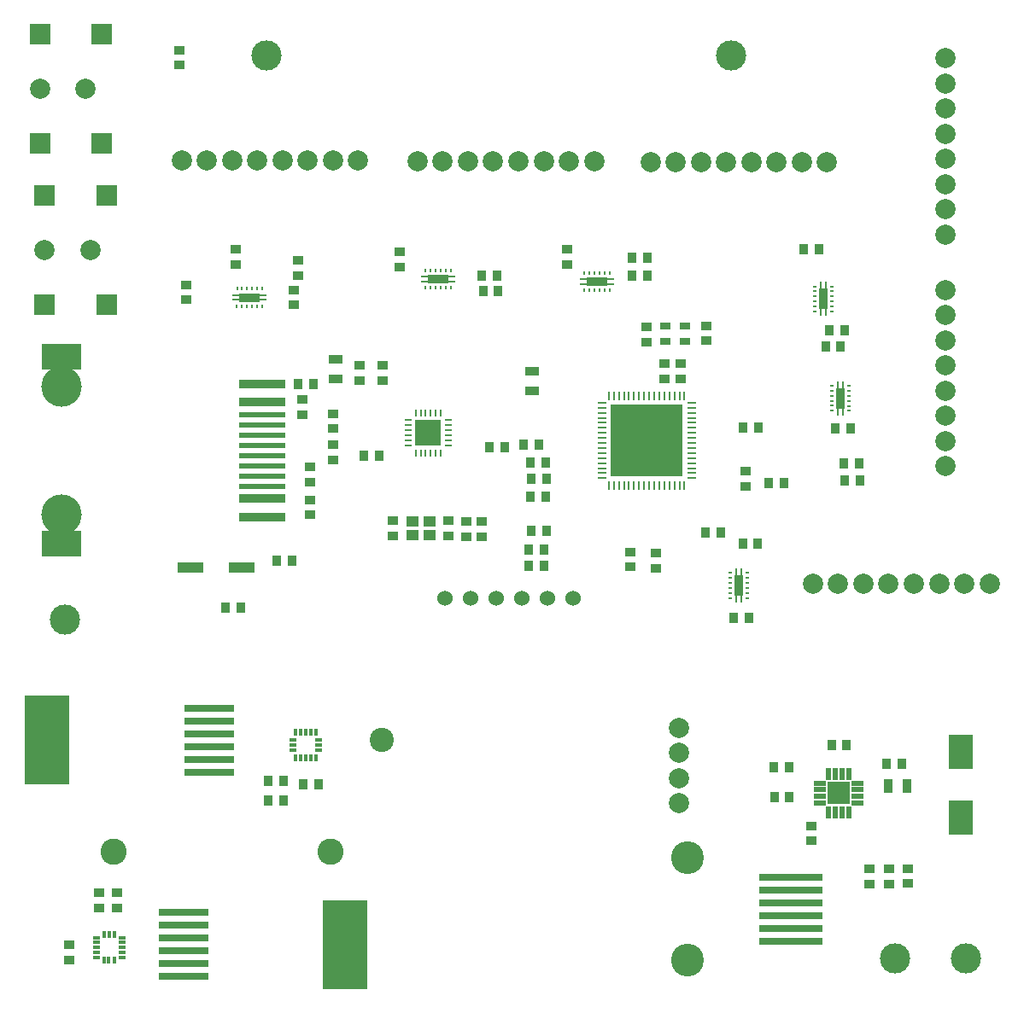
<source format=gts>
G04 (created by PCBNEW (2013-08-24 BZR 4298)-stable) date Sat 23 Aug 2014 12:00:54 PM PDT*
%MOIN*%
G04 Gerber Fmt 3.4, Leading zero omitted, Abs format*
%FSLAX34Y34*%
G01*
G70*
G90*
G04 APERTURE LIST*
%ADD10C,0.005906*%
%ADD11R,0.181102X0.031890*%
%ADD12R,0.181102X0.024016*%
%ADD13C,0.157480*%
%ADD14R,0.153543X0.098425*%
%ADD15C,0.078700*%
%ADD16R,0.078700X0.078700*%
%ADD17R,0.009843X0.033465*%
%ADD18R,0.033465X0.009843*%
%ADD19R,0.281496X0.281496*%
%ADD20R,0.035400X0.039400*%
%ADD21R,0.039400X0.035400*%
%ADD22R,0.098400X0.098400*%
%ADD23O,0.009800X0.031500*%
%ADD24O,0.031500X0.009800*%
%ADD25R,0.039370X0.031496*%
%ADD26R,0.055000X0.035000*%
%ADD27C,0.118110*%
%ADD28C,0.078740*%
%ADD29R,0.100000X0.039000*%
%ADD30C,0.060000*%
%ADD31R,0.009843X0.011811*%
%ADD32R,0.009800X0.011811*%
%ADD33R,0.009800X0.011826*%
%ADD34C,0.011811*%
%ADD35R,0.078740X0.035433*%
%ADD36R,0.027600X0.009800*%
%ADD37R,0.011811X0.009843*%
%ADD38R,0.011811X0.009800*%
%ADD39R,0.011826X0.009800*%
%ADD40R,0.035433X0.078740*%
%ADD41R,0.009800X0.027600*%
%ADD42R,0.047244X0.043307*%
%ADD43R,0.196850X0.029921*%
%ADD44R,0.177165X0.346457*%
%ADD45C,0.094488*%
%ADD46R,0.011811X0.031496*%
%ADD47R,0.031496X0.011811*%
%ADD48R,0.094500X0.137800*%
%ADD49R,0.035000X0.055000*%
%ADD50R,0.250000X0.029921*%
%ADD51C,0.127953*%
%ADD52R,0.090551X0.090551*%
%ADD53R,0.021654X0.047244*%
%ADD54R,0.047244X0.021654*%
%ADD55C,0.102362*%
G04 APERTURE END LIST*
G54D10*
G54D11*
X43523Y-33291D03*
X43523Y-34015D03*
G54D12*
X43523Y-34488D03*
X43523Y-34889D03*
X43523Y-35692D03*
X43523Y-37291D03*
X43523Y-36488D03*
G54D11*
X43523Y-38488D03*
X43523Y-37763D03*
G54D12*
X43523Y-36090D03*
X43523Y-36889D03*
G54D13*
X35681Y-38389D03*
X35681Y-33389D03*
G54D12*
X43523Y-35291D03*
G54D14*
X35681Y-32228D03*
X35681Y-39551D03*
G54D15*
X36811Y-28070D03*
G54D16*
X35039Y-25940D03*
X37441Y-25940D03*
X35039Y-30202D03*
X37441Y-30202D03*
G54D15*
X35039Y-28070D03*
X36614Y-21771D03*
G54D16*
X34842Y-19641D03*
X37244Y-19641D03*
X34842Y-23903D03*
X37244Y-23903D03*
G54D15*
X34842Y-21771D03*
G54D17*
X59807Y-37259D03*
X60003Y-37259D03*
X58625Y-37259D03*
X58822Y-37259D03*
X59216Y-37259D03*
X59019Y-37259D03*
X59610Y-37259D03*
X59413Y-37259D03*
X57838Y-37259D03*
X58035Y-37259D03*
X58429Y-37259D03*
X58232Y-37259D03*
X57444Y-37259D03*
X57641Y-37259D03*
X57248Y-37259D03*
X57051Y-37259D03*
G54D18*
X56775Y-36984D03*
X56775Y-36787D03*
X56775Y-36393D03*
X56775Y-36590D03*
X56775Y-35803D03*
X56775Y-35606D03*
X56775Y-36000D03*
X56775Y-36196D03*
X56775Y-34622D03*
X56775Y-34425D03*
X56775Y-35015D03*
X56775Y-34818D03*
X56775Y-35212D03*
X56775Y-35409D03*
X56775Y-34031D03*
X56775Y-34228D03*
G54D17*
X57051Y-33755D03*
X57248Y-33755D03*
X57641Y-33755D03*
X57444Y-33755D03*
X58232Y-33755D03*
X58429Y-33755D03*
X58035Y-33755D03*
X57838Y-33755D03*
X59413Y-33755D03*
X59610Y-33755D03*
X59019Y-33755D03*
X59216Y-33755D03*
X58822Y-33755D03*
X58625Y-33755D03*
X60003Y-33755D03*
X59807Y-33755D03*
G54D18*
X60279Y-34228D03*
X60279Y-34031D03*
X60279Y-35409D03*
X60279Y-35212D03*
X60279Y-34818D03*
X60279Y-35007D03*
X60279Y-34425D03*
X60279Y-34622D03*
X60279Y-36196D03*
X60279Y-36000D03*
X60279Y-35606D03*
X60279Y-35803D03*
X60279Y-36590D03*
X60279Y-36393D03*
X60279Y-36787D03*
X60279Y-36984D03*
G54D19*
X58527Y-35507D03*
G54D20*
X52973Y-35787D03*
X52381Y-35787D03*
G54D21*
X47322Y-32578D03*
X47322Y-33170D03*
X51496Y-39272D03*
X51496Y-38680D03*
G54D22*
X50003Y-35208D03*
G54D23*
X49511Y-35995D03*
X49708Y-35995D03*
X49905Y-35995D03*
X50101Y-35995D03*
X50298Y-35995D03*
X50495Y-35995D03*
G54D24*
X50790Y-35700D03*
X50790Y-35503D03*
X50790Y-35306D03*
X50790Y-35110D03*
X50790Y-34913D03*
X50790Y-34716D03*
G54D23*
X50495Y-34421D03*
X50298Y-34421D03*
X50101Y-34421D03*
X49905Y-34421D03*
X49708Y-34421D03*
X49511Y-34421D03*
G54D24*
X49216Y-34716D03*
X49216Y-34913D03*
X49216Y-35110D03*
X49216Y-35306D03*
X49216Y-35503D03*
X49216Y-35700D03*
G54D20*
X47491Y-36114D03*
X48083Y-36114D03*
G54D21*
X52086Y-39272D03*
X52086Y-38680D03*
X50787Y-39233D03*
X50787Y-38641D03*
X48622Y-39233D03*
X48622Y-38641D03*
X48228Y-32578D03*
X48228Y-33170D03*
X62401Y-36711D03*
X62401Y-37303D03*
G54D20*
X53719Y-35669D03*
X54311Y-35669D03*
X62894Y-35000D03*
X62302Y-35000D03*
G54D21*
X59842Y-32499D03*
X59842Y-33091D03*
X58533Y-31081D03*
X58533Y-31673D03*
X60866Y-31614D03*
X60866Y-31022D03*
X59212Y-32499D03*
X59212Y-33091D03*
G54D20*
X54626Y-39035D03*
X54034Y-39035D03*
X54528Y-39763D03*
X53936Y-39763D03*
X54508Y-40393D03*
X53916Y-40393D03*
X54587Y-36377D03*
X53995Y-36377D03*
X54626Y-37007D03*
X54034Y-37007D03*
X54587Y-37716D03*
X53995Y-37716D03*
G54D21*
X46283Y-35051D03*
X46283Y-34459D03*
X46291Y-35664D03*
X46291Y-36256D03*
X45385Y-37134D03*
X45385Y-36542D03*
X45405Y-37822D03*
X45405Y-38414D03*
G54D20*
X44693Y-40208D03*
X44101Y-40208D03*
G54D21*
X57874Y-39861D03*
X57874Y-40453D03*
G54D20*
X45516Y-33295D03*
X44924Y-33295D03*
G54D21*
X45106Y-34512D03*
X45106Y-33920D03*
X58877Y-39920D03*
X58877Y-40512D03*
X40551Y-30020D03*
X40551Y-29428D03*
G54D25*
X59251Y-31633D03*
X60039Y-31633D03*
X59251Y-31043D03*
X60039Y-31043D03*
G54D20*
X42677Y-42047D03*
X42085Y-42047D03*
G54D26*
X54055Y-33563D03*
X54055Y-32813D03*
G54D20*
X63306Y-37185D03*
X63898Y-37185D03*
G54D27*
X61811Y-20472D03*
X43700Y-20472D03*
X35826Y-42519D03*
G54D28*
X44311Y-24566D03*
X45295Y-24566D03*
X41358Y-24566D03*
X40374Y-24566D03*
X42342Y-24566D03*
X43326Y-24566D03*
X47263Y-24566D03*
X46279Y-24566D03*
X67972Y-41102D03*
X66988Y-41102D03*
X70925Y-41102D03*
X71909Y-41102D03*
X69940Y-41102D03*
X68956Y-41102D03*
X65019Y-41102D03*
X66003Y-41102D03*
X70196Y-33562D03*
X70196Y-34547D03*
X70196Y-30610D03*
X70196Y-29625D03*
X70196Y-31594D03*
X70196Y-32578D03*
X70196Y-36515D03*
X70196Y-35531D03*
X70196Y-24507D03*
X70196Y-25492D03*
X70196Y-21555D03*
X70196Y-20570D03*
X70196Y-22539D03*
X70196Y-23523D03*
X70196Y-27460D03*
X70196Y-26476D03*
X53523Y-24606D03*
X54507Y-24606D03*
X50570Y-24606D03*
X49586Y-24606D03*
X51555Y-24606D03*
X52539Y-24606D03*
X56476Y-24606D03*
X55492Y-24606D03*
X62618Y-24645D03*
X63602Y-24645D03*
X59665Y-24645D03*
X58681Y-24645D03*
X60649Y-24645D03*
X61633Y-24645D03*
X65570Y-24645D03*
X64586Y-24645D03*
G54D20*
X52697Y-29055D03*
X52105Y-29055D03*
X60833Y-39090D03*
X61425Y-39090D03*
X62274Y-39531D03*
X62866Y-39531D03*
X66851Y-37086D03*
X66259Y-37086D03*
X66831Y-36397D03*
X66239Y-36397D03*
X66103Y-31850D03*
X65511Y-31850D03*
X65256Y-28051D03*
X64664Y-28051D03*
X58544Y-29074D03*
X57952Y-29074D03*
X58544Y-28385D03*
X57952Y-28385D03*
X52736Y-29685D03*
X52144Y-29685D03*
X61924Y-42440D03*
X62516Y-42440D03*
X65904Y-35029D03*
X66496Y-35029D03*
X65668Y-31200D03*
X66260Y-31200D03*
G54D21*
X55433Y-28642D03*
X55433Y-28050D03*
X44921Y-28483D03*
X44921Y-29075D03*
X42480Y-28050D03*
X42480Y-28642D03*
X48897Y-28721D03*
X48897Y-28129D03*
X44744Y-30217D03*
X44744Y-29625D03*
X40275Y-20847D03*
X40275Y-20255D03*
G54D29*
X40732Y-40472D03*
X42732Y-40472D03*
G54D26*
X46377Y-32341D03*
X46377Y-33091D03*
G54D30*
X54641Y-41657D03*
X55641Y-41659D03*
X50649Y-41657D03*
X51649Y-41659D03*
X53645Y-41659D03*
X52645Y-41657D03*
G54D31*
X42539Y-30255D03*
G54D32*
X43326Y-30255D03*
X42736Y-30255D03*
X43130Y-30255D03*
X42932Y-30255D03*
X43523Y-30255D03*
X43525Y-29586D03*
X42935Y-29586D03*
X43131Y-29586D03*
X42738Y-29586D03*
X43328Y-29586D03*
G54D33*
X42541Y-29586D03*
G54D34*
X43031Y-29921D03*
X42755Y-29921D03*
X43307Y-29921D03*
G54D35*
X43031Y-29921D03*
G54D36*
X43562Y-30019D03*
X43562Y-29823D03*
X42500Y-30019D03*
X42500Y-29823D03*
G54D31*
X56102Y-29625D03*
G54D32*
X56889Y-29625D03*
X56299Y-29625D03*
X56693Y-29625D03*
X56495Y-29625D03*
X57086Y-29625D03*
X57088Y-28956D03*
X56498Y-28956D03*
X56694Y-28956D03*
X56301Y-28956D03*
X56891Y-28956D03*
G54D33*
X56104Y-28956D03*
G54D34*
X56594Y-29291D03*
X56318Y-29291D03*
X56870Y-29291D03*
G54D35*
X56594Y-29291D03*
G54D36*
X57125Y-29389D03*
X57125Y-29193D03*
X56063Y-29389D03*
X56063Y-29193D03*
G54D37*
X65767Y-33366D03*
G54D38*
X65767Y-34153D03*
X65767Y-33563D03*
X65767Y-33957D03*
X65767Y-33759D03*
X65767Y-34350D03*
X66437Y-34352D03*
X66437Y-33762D03*
X66437Y-33958D03*
X66437Y-33565D03*
X66437Y-34155D03*
G54D39*
X66437Y-33368D03*
G54D34*
X66102Y-33858D03*
X66102Y-33582D03*
X66102Y-34133D03*
G54D40*
X66102Y-33858D03*
G54D41*
X66004Y-34389D03*
X66200Y-34389D03*
X66004Y-33327D03*
X66200Y-33327D03*
G54D37*
X65078Y-29488D03*
G54D38*
X65078Y-30275D03*
X65078Y-29685D03*
X65078Y-30079D03*
X65078Y-29881D03*
X65078Y-30472D03*
X65748Y-30474D03*
X65748Y-29884D03*
X65748Y-30080D03*
X65748Y-29687D03*
X65748Y-30277D03*
G54D39*
X65748Y-29490D03*
G54D34*
X65413Y-29980D03*
X65413Y-29704D03*
X65413Y-30255D03*
G54D40*
X65413Y-29980D03*
G54D41*
X65315Y-30511D03*
X65511Y-30511D03*
X65315Y-29449D03*
X65511Y-29449D03*
G54D37*
X61795Y-40677D03*
G54D38*
X61795Y-41464D03*
X61795Y-40874D03*
X61795Y-41268D03*
X61795Y-41070D03*
X61795Y-41661D03*
X62464Y-41663D03*
X62464Y-41073D03*
X62464Y-41269D03*
X62464Y-40876D03*
X62464Y-41466D03*
G54D39*
X62464Y-40679D03*
G54D34*
X62129Y-41169D03*
X62129Y-40893D03*
X62129Y-41444D03*
G54D40*
X62129Y-41169D03*
G54D41*
X62031Y-41700D03*
X62227Y-41700D03*
X62031Y-40638D03*
X62227Y-40638D03*
G54D31*
X49901Y-29547D03*
G54D32*
X50688Y-29547D03*
X50098Y-29547D03*
X50492Y-29547D03*
X50294Y-29547D03*
X50885Y-29547D03*
X50887Y-28877D03*
X50297Y-28877D03*
X50493Y-28877D03*
X50100Y-28877D03*
X50690Y-28877D03*
G54D33*
X49903Y-28877D03*
G54D34*
X50393Y-29212D03*
X50118Y-29212D03*
X50669Y-29212D03*
G54D35*
X50393Y-29212D03*
G54D36*
X50924Y-29310D03*
X50924Y-29114D03*
X49862Y-29310D03*
X49862Y-29114D03*
G54D42*
X50059Y-38661D03*
X49389Y-38661D03*
X50059Y-39212D03*
X49389Y-39212D03*
G54D20*
X44341Y-49576D03*
X43749Y-49576D03*
X44341Y-48789D03*
X43749Y-48789D03*
X45719Y-48946D03*
X45127Y-48946D03*
G54D43*
X41446Y-48464D03*
X41446Y-47464D03*
X41446Y-46464D03*
X41446Y-46964D03*
X41446Y-45964D03*
X41446Y-47964D03*
G54D44*
X35127Y-47214D03*
G54D45*
X48179Y-47214D03*
G54D46*
X45029Y-47903D03*
X44832Y-47903D03*
X44832Y-46899D03*
X45224Y-47903D03*
X45423Y-47903D03*
X45620Y-47903D03*
G54D47*
X45728Y-47598D03*
X45728Y-47415D03*
X45728Y-47204D03*
G54D46*
X45620Y-46899D03*
X45423Y-46899D03*
X45224Y-46899D03*
X45029Y-46899D03*
G54D47*
X44724Y-47204D03*
X44724Y-47407D03*
X44724Y-47598D03*
G54D27*
X70994Y-55728D03*
X68238Y-55728D03*
G54D48*
X70797Y-50236D03*
X70797Y-47676D03*
G54D49*
X67941Y-48996D03*
X68691Y-48996D03*
G54D50*
X64143Y-52559D03*
X64143Y-53559D03*
X64143Y-54559D03*
X64143Y-54059D03*
X64143Y-55059D03*
G54D51*
X60118Y-55809D03*
X60118Y-51809D03*
G54D50*
X64143Y-53059D03*
G54D52*
X66023Y-49281D03*
G54D53*
X65639Y-50029D03*
X65895Y-50029D03*
X66151Y-50029D03*
X66407Y-50029D03*
G54D54*
X66771Y-49665D03*
X66771Y-49409D03*
X66771Y-49153D03*
X66771Y-48897D03*
G54D53*
X66407Y-48533D03*
X66151Y-48533D03*
X65895Y-48533D03*
X65639Y-48533D03*
G54D54*
X65275Y-48897D03*
X65275Y-49153D03*
X65275Y-49409D03*
X65275Y-49665D03*
G54D20*
X68494Y-48129D03*
X67902Y-48129D03*
X64095Y-48287D03*
X63503Y-48287D03*
X64105Y-49429D03*
X63513Y-49429D03*
G54D21*
X67982Y-52243D03*
X67982Y-52835D03*
G54D20*
X66339Y-47401D03*
X65747Y-47401D03*
G54D21*
X68730Y-52223D03*
X68730Y-52815D03*
X67214Y-52835D03*
X67214Y-52243D03*
X64940Y-50560D03*
X64940Y-51152D03*
G54D28*
X59773Y-47716D03*
X59773Y-46732D03*
X59773Y-49685D03*
X59773Y-48700D03*
G54D47*
X37047Y-55118D03*
X37047Y-54921D03*
X38051Y-54921D03*
X37047Y-55312D03*
X37047Y-55511D03*
X37047Y-55708D03*
G54D46*
X37352Y-55816D03*
X37535Y-55816D03*
X37746Y-55816D03*
G54D47*
X38051Y-55708D03*
X38051Y-55511D03*
X38051Y-55312D03*
X38051Y-55118D03*
G54D46*
X37746Y-54812D03*
X37543Y-54812D03*
X37352Y-54812D03*
G54D55*
X46200Y-51574D03*
X37736Y-51574D03*
G54D43*
X40452Y-53946D03*
X40452Y-54946D03*
X40452Y-55946D03*
X40452Y-55446D03*
X40452Y-56446D03*
X40452Y-54446D03*
G54D44*
X46771Y-55196D03*
G54D21*
X36003Y-55807D03*
X36003Y-55215D03*
X37854Y-53760D03*
X37854Y-53168D03*
X37145Y-53760D03*
X37145Y-53168D03*
M02*

</source>
